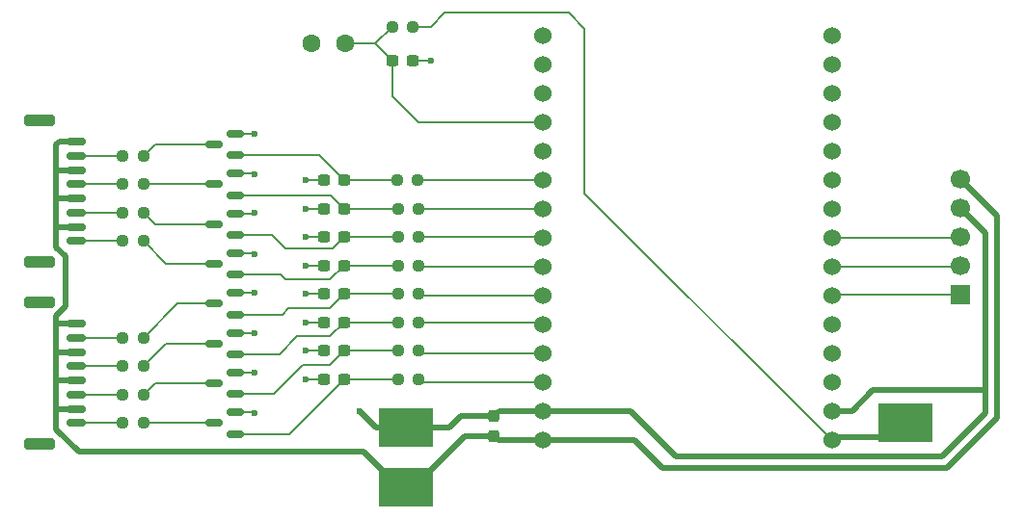
<source format=gtl>
%TF.GenerationSoftware,KiCad,Pcbnew,9.0.7*%
%TF.CreationDate,2026-02-09T12:59:15-05:00*%
%TF.ProjectId,led-planets,6c65642d-706c-4616-9e65-74732e6b6963,rev?*%
%TF.SameCoordinates,Original*%
%TF.FileFunction,Copper,L1,Top*%
%TF.FilePolarity,Positive*%
%FSLAX46Y46*%
G04 Gerber Fmt 4.6, Leading zero omitted, Abs format (unit mm)*
G04 Created by KiCad (PCBNEW 9.0.7) date 2026-02-09 12:59:15*
%MOMM*%
%LPD*%
G01*
G04 APERTURE LIST*
G04 Aperture macros list*
%AMRoundRect*
0 Rectangle with rounded corners*
0 $1 Rounding radius*
0 $2 $3 $4 $5 $6 $7 $8 $9 X,Y pos of 4 corners*
0 Add a 4 corners polygon primitive as box body*
4,1,4,$2,$3,$4,$5,$6,$7,$8,$9,$2,$3,0*
0 Add four circle primitives for the rounded corners*
1,1,$1+$1,$2,$3*
1,1,$1+$1,$4,$5*
1,1,$1+$1,$6,$7*
1,1,$1+$1,$8,$9*
0 Add four rect primitives between the rounded corners*
20,1,$1+$1,$2,$3,$4,$5,0*
20,1,$1+$1,$4,$5,$6,$7,0*
20,1,$1+$1,$6,$7,$8,$9,0*
20,1,$1+$1,$8,$9,$2,$3,0*%
G04 Aperture macros list end*
%TA.AperFunction,SMDPad,CuDef*%
%ADD10RoundRect,0.237500X0.250000X0.237500X-0.250000X0.237500X-0.250000X-0.237500X0.250000X-0.237500X0*%
%TD*%
%TA.AperFunction,SMDPad,CuDef*%
%ADD11RoundRect,0.237500X0.300000X0.237500X-0.300000X0.237500X-0.300000X-0.237500X0.300000X-0.237500X0*%
%TD*%
%TA.AperFunction,SMDPad,CuDef*%
%ADD12RoundRect,0.150000X0.587500X0.150000X-0.587500X0.150000X-0.587500X-0.150000X0.587500X-0.150000X0*%
%TD*%
%TA.AperFunction,ComponentPad*%
%ADD13R,1.700000X1.700000*%
%TD*%
%TA.AperFunction,ComponentPad*%
%ADD14C,1.700000*%
%TD*%
%TA.AperFunction,SMDPad,CuDef*%
%ADD15RoundRect,0.150000X-0.700000X0.150000X-0.700000X-0.150000X0.700000X-0.150000X0.700000X0.150000X0*%
%TD*%
%TA.AperFunction,SMDPad,CuDef*%
%ADD16RoundRect,0.250000X-1.100000X0.250000X-1.100000X-0.250000X1.100000X-0.250000X1.100000X0.250000X0*%
%TD*%
%TA.AperFunction,SMDPad,CuDef*%
%ADD17RoundRect,0.237500X0.237500X-0.300000X0.237500X0.300000X-0.237500X0.300000X-0.237500X-0.300000X0*%
%TD*%
%TA.AperFunction,SMDPad,CuDef*%
%ADD18R,4.699000X3.429000*%
%TD*%
%TA.AperFunction,ComponentPad*%
%ADD19C,1.524000*%
%TD*%
%TA.AperFunction,SMDPad,CuDef*%
%ADD20RoundRect,0.237500X-0.300000X-0.237500X0.300000X-0.237500X0.300000X0.237500X-0.300000X0.237500X0*%
%TD*%
%TA.AperFunction,ComponentPad*%
%ADD21C,1.600000*%
%TD*%
%TA.AperFunction,SMDPad,CuDef*%
%ADD22RoundRect,0.237500X-0.250000X-0.237500X0.250000X-0.237500X0.250000X0.237500X-0.250000X0.237500X0*%
%TD*%
%TA.AperFunction,ViaPad*%
%ADD23C,0.600000*%
%TD*%
%TA.AperFunction,Conductor*%
%ADD24C,0.500000*%
%TD*%
%TA.AperFunction,Conductor*%
%ADD25C,0.200000*%
%TD*%
G04 APERTURE END LIST*
D10*
%TO.P,R5,1*%
%TO.N,/JUP_B*%
X81412500Y-76500000D03*
%TO.P,R5,2*%
%TO.N,Net-(Q5-B)*%
X79587500Y-76500000D03*
%TD*%
D11*
%TO.P,C8,1*%
%TO.N,Net-(Q8-B)*%
X74862500Y-84000000D03*
%TO.P,C8,2*%
%TO.N,GND*%
X73137500Y-84000000D03*
%TD*%
D10*
%TO.P,R16,1*%
%TO.N,Net-(Q6-C)*%
X57262500Y-82875000D03*
%TO.P,R16,2*%
%TO.N,/SAT*%
X55437500Y-82875000D03*
%TD*%
D12*
%TO.P,Q3,1,B*%
%TO.N,Net-(Q3-B)*%
X65287500Y-71325000D03*
%TO.P,Q3,2,E*%
%TO.N,GND*%
X65287500Y-69425000D03*
%TO.P,Q3,3,C*%
%TO.N,Net-(Q3-C)*%
X63412500Y-70375000D03*
%TD*%
D10*
%TO.P,R4,1*%
%TO.N,/MAR_B*%
X81412500Y-74000000D03*
%TO.P,R4,2*%
%TO.N,Net-(Q4-B)*%
X79587500Y-74000000D03*
%TD*%
D12*
%TO.P,Q4,1,B*%
%TO.N,Net-(Q4-B)*%
X65287500Y-74825000D03*
%TO.P,Q4,2,E*%
%TO.N,GND*%
X65287500Y-72925000D03*
%TO.P,Q4,3,C*%
%TO.N,Net-(Q4-C)*%
X63412500Y-73875000D03*
%TD*%
D10*
%TO.P,R15,1*%
%TO.N,Net-(Q5-C)*%
X57262500Y-80375000D03*
%TO.P,R15,2*%
%TO.N,/JUP*%
X55437500Y-80375000D03*
%TD*%
D12*
%TO.P,Q5,1,B*%
%TO.N,Net-(Q5-B)*%
X65287500Y-78325000D03*
%TO.P,Q5,2,E*%
%TO.N,GND*%
X65287500Y-76425000D03*
%TO.P,Q5,3,C*%
%TO.N,Net-(Q5-C)*%
X63412500Y-77375000D03*
%TD*%
D13*
%TO.P,J3,1,Pin_1*%
%TO.N,/TX*%
X129000000Y-76580000D03*
D14*
%TO.P,J3,2,Pin_2*%
%TO.N,/RX*%
X129000000Y-74040000D03*
%TO.P,J3,3,Pin_3*%
%TO.N,/OUT*%
X129000000Y-71500000D03*
%TO.P,J3,4,Pin_4*%
%TO.N,GND*%
X129000000Y-68960000D03*
%TO.P,J3,5,Pin_5*%
%TO.N,+5V*%
X129000000Y-66420000D03*
%TD*%
D10*
%TO.P,R6,1*%
%TO.N,/SAT_B*%
X81412500Y-79000000D03*
%TO.P,R6,2*%
%TO.N,Net-(Q6-B)*%
X79587500Y-79000000D03*
%TD*%
%TO.P,R3,1*%
%TO.N,/EAR_B*%
X81412500Y-71500000D03*
%TO.P,R3,2*%
%TO.N,Net-(Q3-B)*%
X79587500Y-71500000D03*
%TD*%
%TO.P,R7,1*%
%TO.N,/URA_B*%
X81412500Y-81500000D03*
%TO.P,R7,2*%
%TO.N,Net-(Q7-B)*%
X79587500Y-81500000D03*
%TD*%
%TO.P,R1,1*%
%TO.N,/MER_B*%
X81325000Y-66500000D03*
%TO.P,R1,2*%
%TO.N,Net-(Q1-B)*%
X79500000Y-66500000D03*
%TD*%
D11*
%TO.P,C1,1*%
%TO.N,Net-(Q1-B)*%
X74862500Y-66500000D03*
%TO.P,C1,2*%
%TO.N,GND*%
X73137500Y-66500000D03*
%TD*%
D10*
%TO.P,R14,1*%
%TO.N,Net-(Q4-C)*%
X57262500Y-71875000D03*
%TO.P,R14,2*%
%TO.N,/MAR*%
X55437500Y-71875000D03*
%TD*%
D15*
%TO.P,J1,1,Pin_1*%
%TO.N,+5V*%
X51350000Y-63125000D03*
%TO.P,J1,2,Pin_2*%
%TO.N,/MER*%
X51350000Y-64375000D03*
%TO.P,J1,3,Pin_3*%
%TO.N,+5V*%
X51350000Y-65625000D03*
%TO.P,J1,4,Pin_4*%
%TO.N,/VEN*%
X51350000Y-66875000D03*
%TO.P,J1,5,Pin_5*%
%TO.N,+5V*%
X51350000Y-68125000D03*
%TO.P,J1,6,Pin_6*%
%TO.N,/EAR*%
X51350000Y-69375000D03*
%TO.P,J1,7,Pin_7*%
%TO.N,+5V*%
X51350000Y-70625000D03*
%TO.P,J1,8,Pin_8*%
%TO.N,/MAR*%
X51350000Y-71875000D03*
D16*
%TO.P,J1,MP*%
%TO.N,N/C*%
X48150000Y-61275000D03*
X48150000Y-73725000D03*
%TD*%
D17*
%TO.P,C9,1*%
%TO.N,+5V*%
X88000000Y-89000000D03*
%TO.P,C9,2*%
%TO.N,GND*%
X88000000Y-87275000D03*
%TD*%
D10*
%TO.P,R13,1*%
%TO.N,Net-(Q3-C)*%
X57262500Y-69375000D03*
%TO.P,R13,2*%
%TO.N,/EAR*%
X55437500Y-69375000D03*
%TD*%
D18*
%TO.P,TP1,1,1*%
%TO.N,+3.3V*%
X124200000Y-87800000D03*
%TD*%
%TO.P,TP3,1,1*%
%TO.N,GND*%
X80300000Y-88300000D03*
%TD*%
D10*
%TO.P,R2,1*%
%TO.N,/VEN_B*%
X81412500Y-69000000D03*
%TO.P,R2,2*%
%TO.N,Net-(Q2-B)*%
X79587500Y-69000000D03*
%TD*%
%TO.P,R12,1*%
%TO.N,Net-(Q2-C)*%
X57262500Y-66875000D03*
%TO.P,R12,2*%
%TO.N,/VEN*%
X55437500Y-66875000D03*
%TD*%
D15*
%TO.P,J2,1,Pin_1*%
%TO.N,+5V*%
X51350000Y-79125000D03*
%TO.P,J2,2,Pin_2*%
%TO.N,/JUP*%
X51350000Y-80375000D03*
%TO.P,J2,3,Pin_3*%
%TO.N,+5V*%
X51350000Y-81625000D03*
%TO.P,J2,4,Pin_4*%
%TO.N,/SAT*%
X51350000Y-82875000D03*
%TO.P,J2,5,Pin_5*%
%TO.N,+5V*%
X51350000Y-84125000D03*
%TO.P,J2,6,Pin_6*%
%TO.N,/URA*%
X51350000Y-85375000D03*
%TO.P,J2,7,Pin_7*%
%TO.N,+5V*%
X51350000Y-86625000D03*
%TO.P,J2,8,Pin_8*%
%TO.N,/NEP*%
X51350000Y-87875000D03*
D16*
%TO.P,J2,MP*%
%TO.N,N/C*%
X48150000Y-77275000D03*
X48150000Y-89725000D03*
%TD*%
D12*
%TO.P,Q6,1,B*%
%TO.N,Net-(Q6-B)*%
X65287500Y-81825000D03*
%TO.P,Q6,2,E*%
%TO.N,GND*%
X65287500Y-79925000D03*
%TO.P,Q6,3,C*%
%TO.N,Net-(Q6-C)*%
X63412500Y-80875000D03*
%TD*%
D11*
%TO.P,C5,1*%
%TO.N,Net-(Q5-B)*%
X74862500Y-76500000D03*
%TO.P,C5,2*%
%TO.N,GND*%
X73137500Y-76500000D03*
%TD*%
%TO.P,C4,1*%
%TO.N,Net-(Q4-B)*%
X74862500Y-74000000D03*
%TO.P,C4,2*%
%TO.N,GND*%
X73137500Y-74000000D03*
%TD*%
%TO.P,C3,1*%
%TO.N,Net-(Q3-B)*%
X74862500Y-71500000D03*
%TO.P,C3,2*%
%TO.N,GND*%
X73137500Y-71500000D03*
%TD*%
D18*
%TO.P,TP2,1,1*%
%TO.N,+5V*%
X80300000Y-93500000D03*
%TD*%
D10*
%TO.P,R11,1*%
%TO.N,Net-(Q1-C)*%
X57262500Y-64375000D03*
%TO.P,R11,2*%
%TO.N,/MER*%
X55437500Y-64375000D03*
%TD*%
D19*
%TO.P,U2,1,+3.3V*%
%TO.N,+3.3V*%
X117700000Y-89375000D03*
%TO.P,U2,2,GND*%
%TO.N,GND*%
X117700000Y-86835000D03*
%TO.P,U2,3,GPIO15*%
%TO.N,unconnected-(U2-GPIO15-Pad3)*%
X117700000Y-84295000D03*
%TO.P,U2,4,GPIO2*%
%TO.N,unconnected-(U2-GPIO2-Pad4)*%
X117700000Y-81755000D03*
%TO.P,U2,5,GPIO4*%
%TO.N,unconnected-(U2-GPIO4-Pad5)*%
X117700000Y-79215000D03*
%TO.P,U2,6,GPIO16*%
%TO.N,/TX*%
X117700000Y-76675000D03*
%TO.P,U2,7,GPIO17*%
%TO.N,/RX*%
X117700000Y-74135000D03*
%TO.P,U2,8,GPIO5*%
%TO.N,/OUT*%
X117700000Y-71595000D03*
%TO.P,U2,9,GPIO18*%
%TO.N,unconnected-(U2-GPIO18-Pad9)*%
X117700000Y-69055000D03*
%TO.P,U2,10,GPIO19*%
%TO.N,unconnected-(U2-GPIO19-Pad10)*%
X117700000Y-66515000D03*
%TO.P,U2,11,GPIO21*%
%TO.N,unconnected-(U2-GPIO21-Pad11)*%
X117700000Y-63975000D03*
%TO.P,U2,12,GPIO3*%
%TO.N,unconnected-(U2-GPIO3-Pad12)*%
X117700000Y-61435000D03*
%TO.P,U2,13,GPIO1*%
%TO.N,unconnected-(U2-GPIO1-Pad13)*%
X117700000Y-58895000D03*
%TO.P,U2,14,GPIO22*%
%TO.N,unconnected-(U2-GPIO22-Pad14)*%
X117700000Y-56355000D03*
%TO.P,U2,15,GPIO23*%
%TO.N,unconnected-(U2-GPIO23-Pad15)*%
X117700000Y-53815000D03*
%TO.P,U2,16,EN*%
%TO.N,unconnected-(U2-EN-Pad16)*%
X92300000Y-53815000D03*
%TO.P,U2,17,GPIO36*%
%TO.N,unconnected-(U2-GPIO36-Pad17)*%
X92300000Y-56355000D03*
%TO.P,U2,18,GPIO39*%
%TO.N,unconnected-(U2-GPIO39-Pad18)*%
X92300000Y-58895000D03*
%TO.P,U2,19,GPIO34*%
%TO.N,/ADC_IN_PHOTO*%
X92300000Y-61435000D03*
%TO.P,U2,20,GPIO35*%
%TO.N,unconnected-(U2-GPIO35-Pad20)*%
X92300000Y-63975000D03*
%TO.P,U2,21,GPIO32*%
%TO.N,/MER_B*%
X92300000Y-66515000D03*
%TO.P,U2,22,GPIO33*%
%TO.N,/VEN_B*%
X92300000Y-69055000D03*
%TO.P,U2,23,GPIO25*%
%TO.N,/EAR_B*%
X92300000Y-71595000D03*
%TO.P,U2,24,GPIO26*%
%TO.N,/MAR_B*%
X92300000Y-74135000D03*
%TO.P,U2,25,GPIO27*%
%TO.N,/JUP_B*%
X92300000Y-76675000D03*
%TO.P,U2,26,GPIO14*%
%TO.N,/SAT_B*%
X92300000Y-79215000D03*
%TO.P,U2,27,GPIO12*%
%TO.N,/URA_B*%
X92300000Y-81755000D03*
%TO.P,U2,28,GPIO13*%
%TO.N,/NEP_B*%
X92300000Y-84295000D03*
%TO.P,U2,29,GND*%
%TO.N,GND*%
X92300000Y-86835000D03*
%TO.P,U2,30,VIN*%
%TO.N,+5V*%
X92300000Y-89375000D03*
%TD*%
D11*
%TO.P,C7,1*%
%TO.N,Net-(Q7-B)*%
X74862500Y-81500000D03*
%TO.P,C7,2*%
%TO.N,GND*%
X73137500Y-81500000D03*
%TD*%
D20*
%TO.P,C10,1*%
%TO.N,/ADC_IN_PHOTO*%
X79137500Y-56000000D03*
%TO.P,C10,2*%
%TO.N,GND*%
X80862500Y-56000000D03*
%TD*%
D12*
%TO.P,Q7,1,B*%
%TO.N,Net-(Q7-B)*%
X65287500Y-85325000D03*
%TO.P,Q7,2,E*%
%TO.N,GND*%
X65287500Y-83425000D03*
%TO.P,Q7,3,C*%
%TO.N,Net-(Q7-C)*%
X63412500Y-84375000D03*
%TD*%
%TO.P,Q8,1,B*%
%TO.N,Net-(Q8-B)*%
X65287500Y-88825000D03*
%TO.P,Q8,2,E*%
%TO.N,GND*%
X65287500Y-86925000D03*
%TO.P,Q8,3,C*%
%TO.N,Net-(Q8-C)*%
X63412500Y-87875000D03*
%TD*%
D21*
%TO.P,R10,1*%
%TO.N,/ADC_IN_PHOTO*%
X75000000Y-54500000D03*
%TO.P,R10,2*%
%TO.N,GND*%
X72000000Y-54500000D03*
%TD*%
D11*
%TO.P,C2,1*%
%TO.N,Net-(Q2-B)*%
X74862500Y-69000000D03*
%TO.P,C2,2*%
%TO.N,GND*%
X73137500Y-69000000D03*
%TD*%
D10*
%TO.P,R17,1*%
%TO.N,Net-(Q7-C)*%
X57262500Y-85375000D03*
%TO.P,R17,2*%
%TO.N,/URA*%
X55437500Y-85375000D03*
%TD*%
D22*
%TO.P,R9,1*%
%TO.N,/ADC_IN_PHOTO*%
X79087500Y-53000000D03*
%TO.P,R9,2*%
%TO.N,+3.3V*%
X80912500Y-53000000D03*
%TD*%
D12*
%TO.P,Q2,1,B*%
%TO.N,Net-(Q2-B)*%
X65287500Y-67825000D03*
%TO.P,Q2,2,E*%
%TO.N,GND*%
X65287500Y-65925000D03*
%TO.P,Q2,3,C*%
%TO.N,Net-(Q2-C)*%
X63412500Y-66875000D03*
%TD*%
%TO.P,Q1,1,B*%
%TO.N,Net-(Q1-B)*%
X65287500Y-64325000D03*
%TO.P,Q1,2,E*%
%TO.N,GND*%
X65287500Y-62425000D03*
%TO.P,Q1,3,C*%
%TO.N,Net-(Q1-C)*%
X63412500Y-63375000D03*
%TD*%
D10*
%TO.P,R18,1*%
%TO.N,Net-(Q8-C)*%
X57262500Y-87875000D03*
%TO.P,R18,2*%
%TO.N,/NEP*%
X55437500Y-87875000D03*
%TD*%
%TO.P,R8,1*%
%TO.N,/NEP_B*%
X81412500Y-84000000D03*
%TO.P,R8,2*%
%TO.N,Net-(Q8-B)*%
X79587500Y-84000000D03*
%TD*%
D11*
%TO.P,C6,1*%
%TO.N,Net-(Q6-B)*%
X74862500Y-79000000D03*
%TO.P,C6,2*%
%TO.N,GND*%
X73137500Y-79000000D03*
%TD*%
D23*
%TO.N,GND*%
X71500000Y-74000000D03*
X76200000Y-86835000D03*
X71500000Y-81500000D03*
X67000000Y-69400000D03*
X67000000Y-76400000D03*
X67000000Y-62400000D03*
X67000000Y-80000000D03*
X67000000Y-66000000D03*
X71500000Y-69000000D03*
X67000000Y-87000000D03*
X71500000Y-76500000D03*
X71500000Y-66500000D03*
X71500000Y-84000000D03*
X67000000Y-83400000D03*
X71500000Y-79000000D03*
X82500000Y-56000000D03*
X71500000Y-71500000D03*
X67000000Y-73000000D03*
%TD*%
D24*
%TO.N,+5V*%
X49725000Y-86625000D02*
X49600000Y-86500000D01*
X49600000Y-86500000D02*
X49600000Y-84000000D01*
X51350000Y-86625000D02*
X49725000Y-86625000D01*
X51350000Y-84125000D02*
X49725000Y-84125000D01*
X49600000Y-84000000D02*
X49600000Y-81500000D01*
X49725000Y-84125000D02*
X49600000Y-84000000D01*
X49725000Y-81625000D02*
X49600000Y-81500000D01*
X51350000Y-81625000D02*
X49725000Y-81625000D01*
X49600000Y-81500000D02*
X49600000Y-79000000D01*
X49725000Y-79125000D02*
X49600000Y-79000000D01*
X51350000Y-79125000D02*
X49725000Y-79125000D01*
X49600000Y-79000000D02*
X49600000Y-78400000D01*
X49725000Y-70625000D02*
X49600000Y-70500000D01*
X51350000Y-70625000D02*
X49725000Y-70625000D01*
X49600000Y-70500000D02*
X49600000Y-68000000D01*
X49725000Y-68125000D02*
X49600000Y-68000000D01*
X49600000Y-68000000D02*
X49600000Y-65500000D01*
X51350000Y-68125000D02*
X49725000Y-68125000D01*
X49725000Y-65625000D02*
X49600000Y-65500000D01*
X49600000Y-65500000D02*
X49600000Y-63400000D01*
X51350000Y-65625000D02*
X49725000Y-65625000D01*
D25*
%TO.N,Net-(Q1-B)*%
X65287500Y-64325000D02*
X72687500Y-64325000D01*
X74862500Y-66500000D02*
X79500000Y-66500000D01*
X72687500Y-64325000D02*
X74862500Y-66500000D01*
%TO.N,/EAR*%
X51350000Y-69375000D02*
X55437500Y-69375000D01*
%TO.N,GND*%
X73137500Y-71500000D02*
X71500000Y-71500000D01*
X66975000Y-83425000D02*
X67000000Y-83400000D01*
D24*
X117700000Y-86835000D02*
X119465000Y-86835000D01*
X131200000Y-85000000D02*
X131200000Y-71160000D01*
X92300000Y-86835000D02*
X100035000Y-86835000D01*
D25*
X73137500Y-84000000D02*
X71500000Y-84000000D01*
D24*
X80300000Y-88300000D02*
X77665000Y-88300000D01*
D25*
X73137500Y-79000000D02*
X71500000Y-79000000D01*
X65287500Y-86925000D02*
X66925000Y-86925000D01*
X65287500Y-72925000D02*
X66925000Y-72925000D01*
D24*
X84100000Y-88300000D02*
X80300000Y-88300000D01*
X77665000Y-88300000D02*
X76200000Y-86835000D01*
D25*
X73137500Y-81500000D02*
X71500000Y-81500000D01*
X65287500Y-76425000D02*
X66975000Y-76425000D01*
X65287500Y-79925000D02*
X66925000Y-79925000D01*
X66975000Y-69425000D02*
X67000000Y-69400000D01*
X65287500Y-62425000D02*
X66975000Y-62425000D01*
X73137500Y-69000000D02*
X71500000Y-69000000D01*
D24*
X127400000Y-90800000D02*
X131200000Y-87000000D01*
D25*
X73137500Y-74000000D02*
X71500000Y-74000000D01*
D24*
X92265000Y-86800000D02*
X92300000Y-86835000D01*
X85125000Y-87275000D02*
X84100000Y-88300000D01*
D25*
X65287500Y-65925000D02*
X66925000Y-65925000D01*
X66925000Y-65925000D02*
X67000000Y-66000000D01*
X65287500Y-83425000D02*
X66975000Y-83425000D01*
X66925000Y-72925000D02*
X67000000Y-73000000D01*
X66925000Y-79925000D02*
X67000000Y-80000000D01*
X73137500Y-76500000D02*
X71500000Y-76500000D01*
D24*
X104000000Y-90800000D02*
X127400000Y-90800000D01*
D25*
X66925000Y-86925000D02*
X67000000Y-87000000D01*
X66975000Y-62425000D02*
X67000000Y-62400000D01*
D24*
X121300000Y-85000000D02*
X131200000Y-85000000D01*
X131200000Y-71160000D02*
X129000000Y-68960000D01*
D25*
X80862500Y-56000000D02*
X82500000Y-56000000D01*
D24*
X88000000Y-87275000D02*
X88475000Y-86800000D01*
X88000000Y-87275000D02*
X85125000Y-87275000D01*
D25*
X73137500Y-66500000D02*
X71500000Y-66500000D01*
X66975000Y-76425000D02*
X67000000Y-76400000D01*
D24*
X119465000Y-86835000D02*
X121300000Y-85000000D01*
D25*
X65287500Y-69425000D02*
X66975000Y-69425000D01*
D24*
X88475000Y-86800000D02*
X92265000Y-86800000D01*
X131200000Y-87000000D02*
X131200000Y-85000000D01*
X100035000Y-86835000D02*
X104000000Y-90800000D01*
D25*
%TO.N,Net-(Q2-B)*%
X73687500Y-67825000D02*
X74862500Y-69000000D01*
X65287500Y-67825000D02*
X73687500Y-67825000D01*
X79587500Y-69000000D02*
X74862500Y-69000000D01*
%TO.N,/MER*%
X51350000Y-64375000D02*
X55437500Y-64375000D01*
%TO.N,/VEN*%
X55437500Y-66875000D02*
X51350000Y-66875000D01*
%TO.N,/MAR*%
X55437500Y-71875000D02*
X51350000Y-71875000D01*
%TO.N,Net-(Q3-B)*%
X69750000Y-72500000D02*
X73862500Y-72500000D01*
X74862500Y-71500000D02*
X79587500Y-71500000D01*
X65287500Y-71325000D02*
X68575000Y-71325000D01*
X68575000Y-71325000D02*
X69750000Y-72500000D01*
X73862500Y-72500000D02*
X74862500Y-71500000D01*
%TO.N,/URA*%
X55437500Y-85375000D02*
X51350000Y-85375000D01*
%TO.N,Net-(Q4-B)*%
X69750000Y-75250000D02*
X73612500Y-75250000D01*
X79587500Y-74000000D02*
X74862500Y-74000000D01*
X73612500Y-75250000D02*
X74862500Y-74000000D01*
X65287500Y-74825000D02*
X69325000Y-74825000D01*
X69325000Y-74825000D02*
X69750000Y-75250000D01*
%TO.N,/JUP*%
X55437500Y-80375000D02*
X51350000Y-80375000D01*
%TO.N,/NEP*%
X55437500Y-87875000D02*
X51350000Y-87875000D01*
%TO.N,Net-(Q5-B)*%
X73612500Y-77750000D02*
X74862500Y-76500000D01*
X70000000Y-77750000D02*
X73612500Y-77750000D01*
X69425000Y-78325000D02*
X70000000Y-77750000D01*
X65287500Y-78325000D02*
X69425000Y-78325000D01*
X74862500Y-76500000D02*
X79587500Y-76500000D01*
%TO.N,/SAT*%
X51350000Y-82875000D02*
X55437500Y-82875000D01*
%TO.N,Net-(Q6-B)*%
X65287500Y-81825000D02*
X69175000Y-81825000D01*
X74862500Y-79000000D02*
X79587500Y-79000000D01*
X70750000Y-80250000D02*
X73612500Y-80250000D01*
X69175000Y-81825000D02*
X70750000Y-80250000D01*
X73612500Y-80250000D02*
X74862500Y-79000000D01*
%TO.N,Net-(Q7-B)*%
X79587500Y-81500000D02*
X74862500Y-81500000D01*
X73612500Y-82750000D02*
X74862500Y-81500000D01*
X65287500Y-85325000D02*
X68675000Y-85325000D01*
X71250000Y-82750000D02*
X73612500Y-82750000D01*
X68675000Y-85325000D02*
X71250000Y-82750000D01*
%TO.N,Net-(Q8-B)*%
X74862500Y-84000000D02*
X79587500Y-84000000D01*
X70037500Y-88825000D02*
X74862500Y-84000000D01*
X65287500Y-88825000D02*
X70037500Y-88825000D01*
D24*
%TO.N,+5V*%
X76600000Y-90400000D02*
X51600000Y-90400000D01*
X80300000Y-93500000D02*
X79700000Y-93500000D01*
X49600000Y-78400000D02*
X50400000Y-77600000D01*
X132200000Y-87400000D02*
X132200000Y-69600000D01*
X50400000Y-73200000D02*
X49600000Y-72400000D01*
X100375000Y-89375000D02*
X102800000Y-91800000D01*
X49600000Y-88400000D02*
X49600000Y-86500000D01*
X51600000Y-90400000D02*
X49600000Y-88400000D01*
X132200000Y-69600000D02*
X129020000Y-66420000D01*
X85500000Y-89000000D02*
X88000000Y-89000000D01*
X80300000Y-93500000D02*
X81000000Y-93500000D01*
X49600000Y-63400000D02*
X49875000Y-63125000D01*
X81000000Y-93500000D02*
X85500000Y-89000000D01*
X88400000Y-89400000D02*
X92275000Y-89400000D01*
X79700000Y-93500000D02*
X76600000Y-90400000D01*
X127800000Y-91800000D02*
X132200000Y-87400000D01*
X92300000Y-89375000D02*
X100375000Y-89375000D01*
X49875000Y-63125000D02*
X51350000Y-63125000D01*
X102800000Y-91800000D02*
X127800000Y-91800000D01*
X129020000Y-66420000D02*
X129000000Y-66420000D01*
X88000000Y-89000000D02*
X88400000Y-89400000D01*
X50400000Y-77600000D02*
X50400000Y-73200000D01*
X92275000Y-89400000D02*
X92300000Y-89375000D01*
X49600000Y-72400000D02*
X49600000Y-70500000D01*
D25*
%TO.N,Net-(Q1-C)*%
X58262500Y-63375000D02*
X57262500Y-64375000D01*
X63412500Y-63375000D02*
X58262500Y-63375000D01*
%TO.N,Net-(Q2-C)*%
X63412500Y-66875000D02*
X57262500Y-66875000D01*
%TO.N,Net-(Q3-C)*%
X63412500Y-70375000D02*
X58262500Y-70375000D01*
X58262500Y-70375000D02*
X57262500Y-69375000D01*
%TO.N,Net-(Q4-C)*%
X63412500Y-73875000D02*
X59262500Y-73875000D01*
X59262500Y-73875000D02*
X57262500Y-71875000D01*
%TO.N,Net-(Q5-C)*%
X60262500Y-77375000D02*
X57262500Y-80375000D01*
X63412500Y-77375000D02*
X60262500Y-77375000D01*
%TO.N,Net-(Q6-C)*%
X63412500Y-80875000D02*
X59262500Y-80875000D01*
X59262500Y-80875000D02*
X57262500Y-82875000D01*
%TO.N,Net-(Q7-C)*%
X58262500Y-84375000D02*
X57262500Y-85375000D01*
X63412500Y-84375000D02*
X58262500Y-84375000D01*
%TO.N,Net-(Q8-C)*%
X57262500Y-87875000D02*
X63412500Y-87875000D01*
%TO.N,/ADC_IN_PHOTO*%
X79137500Y-56000000D02*
X79087500Y-56000000D01*
X81435000Y-61435000D02*
X92300000Y-61435000D01*
X75000000Y-54500000D02*
X77587500Y-54500000D01*
X79137500Y-59137500D02*
X81435000Y-61435000D01*
X77587500Y-54500000D02*
X79087500Y-53000000D01*
X79087500Y-56000000D02*
X77587500Y-54500000D01*
X79137500Y-56000000D02*
X79137500Y-59137500D01*
%TO.N,/OUT*%
X128405000Y-71595000D02*
X117700000Y-71595000D01*
X129000000Y-71500000D02*
X128500000Y-71500000D01*
X128500000Y-71500000D02*
X128405000Y-71595000D01*
%TO.N,/RX*%
X128905000Y-74135000D02*
X129000000Y-74040000D01*
X117700000Y-74135000D02*
X128905000Y-74135000D01*
%TO.N,/TX*%
X129000000Y-76580000D02*
X117795000Y-76580000D01*
X117795000Y-76580000D02*
X117700000Y-76675000D01*
%TO.N,/MER_B*%
X81325000Y-66500000D02*
X92285000Y-66500000D01*
X92285000Y-66500000D02*
X92300000Y-66515000D01*
%TO.N,/VEN_B*%
X92300000Y-69055000D02*
X81467500Y-69055000D01*
X81467500Y-69055000D02*
X81412500Y-69000000D01*
%TO.N,/EAR_B*%
X81412500Y-71500000D02*
X92205000Y-71500000D01*
X92205000Y-71500000D02*
X92300000Y-71595000D01*
%TO.N,/MAR_B*%
X92300000Y-74135000D02*
X81547500Y-74135000D01*
X81547500Y-74135000D02*
X81412500Y-74000000D01*
%TO.N,/JUP_B*%
X92300000Y-76675000D02*
X81587500Y-76675000D01*
X81587500Y-76675000D02*
X81412500Y-76500000D01*
%TO.N,/SAT_B*%
X81412500Y-79000000D02*
X92085000Y-79000000D01*
X92085000Y-79000000D02*
X92300000Y-79215000D01*
%TO.N,/URA_B*%
X81667500Y-81755000D02*
X81412500Y-81500000D01*
X92300000Y-81755000D02*
X81667500Y-81755000D01*
%TO.N,/NEP_B*%
X81707500Y-84295000D02*
X81412500Y-84000000D01*
X92300000Y-84295000D02*
X81707500Y-84295000D01*
%TO.N,+3.3V*%
X80912500Y-53000000D02*
X82500000Y-53000000D01*
X83700000Y-51800000D02*
X82500000Y-53000000D01*
D24*
X117975000Y-89100000D02*
X117700000Y-89375000D01*
X122900000Y-89100000D02*
X117975000Y-89100000D01*
D25*
X96000000Y-53200000D02*
X94600000Y-51800000D01*
X96000000Y-67675000D02*
X96000000Y-53200000D01*
X94600000Y-51800000D02*
X83700000Y-51800000D01*
D24*
X124200000Y-87800000D02*
X122900000Y-89100000D01*
D25*
X117700000Y-89375000D02*
X96000000Y-67675000D01*
%TD*%
M02*

</source>
